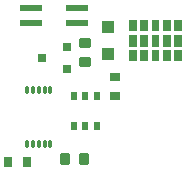
<source format=gbr>
%TF.GenerationSoftware,KiCad,Pcbnew,(6.0.1)*%
%TF.CreationDate,2022-07-20T10:33:09+08:00*%
%TF.ProjectId,HighSideSwitch,48696768-5369-4646-9553-77697463682e,rev?*%
%TF.SameCoordinates,Original*%
%TF.FileFunction,Paste,Bot*%
%TF.FilePolarity,Positive*%
%FSLAX46Y46*%
G04 Gerber Fmt 4.6, Leading zero omitted, Abs format (unit mm)*
G04 Created by KiCad (PCBNEW (6.0.1)) date 2022-07-20 10:33:09*
%MOMM*%
%LPD*%
G01*
G04 APERTURE LIST*
G04 Aperture macros list*
%AMRoundRect*
0 Rectangle with rounded corners*
0 $1 Rounding radius*
0 $2 $3 $4 $5 $6 $7 $8 $9 X,Y pos of 4 corners*
0 Add a 4 corners polygon primitive as box body*
4,1,4,$2,$3,$4,$5,$6,$7,$8,$9,$2,$3,0*
0 Add four circle primitives for the rounded corners*
1,1,$1+$1,$2,$3*
1,1,$1+$1,$4,$5*
1,1,$1+$1,$6,$7*
1,1,$1+$1,$8,$9*
0 Add four rect primitives between the rounded corners*
20,1,$1+$1,$2,$3,$4,$5,0*
20,1,$1+$1,$4,$5,$6,$7,0*
20,1,$1+$1,$6,$7,$8,$9,0*
20,1,$1+$1,$8,$9,$2,$3,0*%
G04 Aperture macros list end*
%ADD10RoundRect,0.000000X-0.425000X-0.340000X0.425000X-0.340000X0.425000X0.340000X-0.425000X0.340000X0*%
%ADD11RoundRect,0.000000X-0.120000X0.260000X-0.120000X-0.260000X0.120000X-0.260000X0.120000X0.260000X0*%
%ADD12RoundRect,0.000000X-0.400000X-0.320000X0.400000X-0.320000X0.400000X0.320000X-0.400000X0.320000X0*%
%ADD13R,1.920000X0.592000*%
%ADD14RoundRect,0.000000X-0.255000X0.297500X-0.255000X-0.297500X0.255000X-0.297500X0.255000X0.297500X0*%
%ADD15RoundRect,0.000000X0.340000X-0.425000X0.340000X0.425000X-0.340000X0.425000X-0.340000X-0.425000X0*%
%ADD16RoundRect,0.000000X-0.320000X0.400000X-0.320000X-0.400000X0.320000X-0.400000X0.320000X0.400000X0*%
%ADD17RoundRect,0.000000X-0.233750X0.297500X-0.233750X-0.297500X0.233750X-0.297500X0.233750X0.297500X0*%
G04 APERTURE END LIST*
%TO.C,D1*%
G36*
X194734200Y-83066000D02*
G01*
X194084200Y-83066000D01*
X194084200Y-84066000D01*
X194734200Y-84066000D01*
X194734200Y-83066000D01*
G37*
G36*
X197609200Y-83066000D02*
G01*
X196934200Y-83066000D01*
X196934200Y-84066000D01*
X197609200Y-84066000D01*
X197609200Y-83066000D01*
G37*
G36*
X191859200Y-81916000D02*
G01*
X190859200Y-81916000D01*
X190859200Y-82916000D01*
X191859200Y-82916000D01*
X191859200Y-81916000D01*
G37*
G36*
X196634200Y-81816000D02*
G01*
X195984200Y-81816000D01*
X195984200Y-82766000D01*
X196634200Y-82766000D01*
X196634200Y-81816000D01*
G37*
G36*
X194734200Y-84366000D02*
G01*
X194084200Y-84366000D01*
X194084200Y-85316000D01*
X194734200Y-85316000D01*
X194734200Y-84366000D01*
G37*
G36*
X196634200Y-84366000D02*
G01*
X195984200Y-84366000D01*
X195984200Y-85316000D01*
X196634200Y-85316000D01*
X196634200Y-84366000D01*
G37*
G36*
X195684200Y-84366000D02*
G01*
X195034200Y-84366000D01*
X195034200Y-85316000D01*
X195684200Y-85316000D01*
X195684200Y-84366000D01*
G37*
G36*
X191859200Y-84216000D02*
G01*
X190859200Y-84216000D01*
X190859200Y-85216000D01*
X191859200Y-85216000D01*
X191859200Y-84216000D01*
G37*
G36*
X196634200Y-83066000D02*
G01*
X195984200Y-83066000D01*
X195984200Y-84066000D01*
X196634200Y-84066000D01*
X196634200Y-83066000D01*
G37*
G36*
X195684200Y-83066000D02*
G01*
X195034200Y-83066000D01*
X195034200Y-84066000D01*
X195684200Y-84066000D01*
X195684200Y-83066000D01*
G37*
G36*
X195684200Y-81816000D02*
G01*
X195034200Y-81816000D01*
X195034200Y-82766000D01*
X195684200Y-82766000D01*
X195684200Y-81816000D01*
G37*
G36*
X193784200Y-83066000D02*
G01*
X193109200Y-83066000D01*
X193109200Y-84066000D01*
X193784200Y-84066000D01*
X193784200Y-83066000D01*
G37*
G36*
X193784200Y-84366000D02*
G01*
X193109200Y-84366000D01*
X193109200Y-85316000D01*
X193784200Y-85316000D01*
X193784200Y-84366000D01*
G37*
G36*
X197609200Y-84366000D02*
G01*
X196934200Y-84366000D01*
X196934200Y-85316000D01*
X197609200Y-85316000D01*
X197609200Y-84366000D01*
G37*
G36*
X193784200Y-81816000D02*
G01*
X193109200Y-81816000D01*
X193109200Y-82766000D01*
X193784200Y-82766000D01*
X193784200Y-81816000D01*
G37*
G36*
X194734200Y-81816000D02*
G01*
X194084200Y-81816000D01*
X194084200Y-82766000D01*
X194734200Y-82766000D01*
X194734200Y-81816000D01*
G37*
G36*
X197609200Y-81816000D02*
G01*
X196934200Y-81816000D01*
X196934200Y-82766000D01*
X197609200Y-82766000D01*
X197609200Y-81816000D01*
G37*
%TD*%
D10*
%TO.C,C4*%
X189368800Y-85372800D03*
X189368800Y-83772800D03*
%TD*%
D11*
%TO.C,U1*%
X184465200Y-87717600D03*
X184965200Y-87717600D03*
X185465200Y-87717600D03*
X185965200Y-87717600D03*
X186465200Y-87717600D03*
X186465200Y-92317600D03*
X185965200Y-92317600D03*
X185465200Y-92317600D03*
X184965200Y-92317600D03*
X184465200Y-92317600D03*
%TD*%
D12*
%TO.C,R2*%
X191918800Y-88232800D03*
X191918800Y-86632800D03*
%TD*%
D13*
%TO.C,J1*%
X188741600Y-80746200D03*
X184841600Y-80746200D03*
X188741600Y-82016200D03*
X184841600Y-82016200D03*
%TD*%
D14*
%TO.C,Q3*%
X187836000Y-84089200D03*
X187836000Y-85989200D03*
X185736000Y-85039200D03*
%TD*%
D15*
%TO.C,C3*%
X189290400Y-93573600D03*
X187690400Y-93573600D03*
%TD*%
D16*
%TO.C,R4*%
X182888800Y-93842800D03*
X184488800Y-93842800D03*
%TD*%
D17*
%TO.C,U2*%
X190377600Y-90759600D03*
X189427600Y-90759600D03*
X188477600Y-90759600D03*
X188477600Y-88259600D03*
X189427600Y-88259600D03*
X190377600Y-88259600D03*
%TD*%
M02*

</source>
